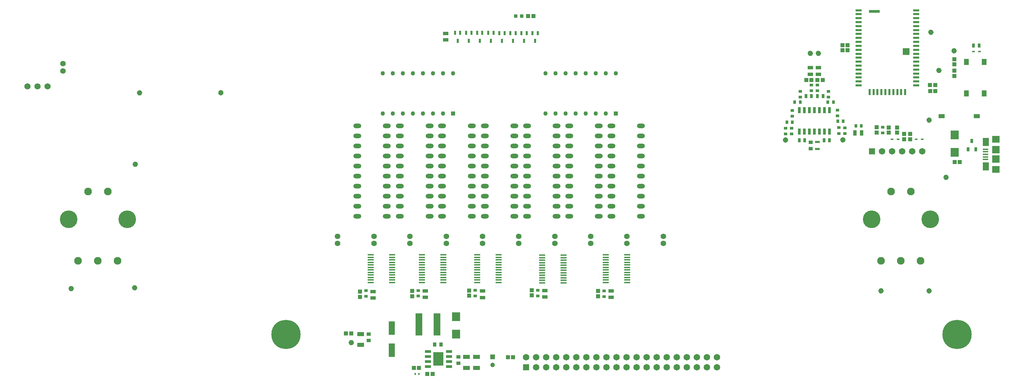
<source format=gbr>
%TF.GenerationSoftware,KiCad,Pcbnew,8.0.8*%
%TF.CreationDate,2025-05-17T22:16:50-04:00*%
%TF.ProjectId,control board,636f6e74-726f-46c2-9062-6f6172642e6b,rev?*%
%TF.SameCoordinates,Original*%
%TF.FileFunction,Soldermask,Top*%
%TF.FilePolarity,Negative*%
%FSLAX46Y46*%
G04 Gerber Fmt 4.6, Leading zero omitted, Abs format (unit mm)*
G04 Created by KiCad (PCBNEW 8.0.8) date 2025-05-17 22:16:50*
%MOMM*%
%LPD*%
G01*
G04 APERTURE LIST*
%ADD10C,0.685000*%
%ADD11C,1.416000*%
%ADD12R,0.900000X0.650000*%
%ADD13R,1.000000X1.100000*%
%ADD14R,0.640000X0.420000*%
%ADD15R,1.470000X0.970000*%
%ADD16R,0.940000X0.750000*%
%ADD17R,1.100000X1.000000*%
%ADD18R,0.650000X0.900000*%
%ADD19R,1.500000X1.100000*%
%ADD20R,1.500000X0.435000*%
%ADD21R,0.780000X0.980000*%
%ADD22R,1.650000X0.700000*%
%ADD23R,2.600000X3.500000*%
%ADD24R,1.600000X3.500000*%
%ADD25R,0.750000X0.940000*%
%ADD26R,0.500000X1.000000*%
%ADD27R,0.450000X0.600000*%
%ADD28R,2.150000X2.200000*%
%ADD29R,0.650000X1.100000*%
%ADD30R,1.500000X0.600000*%
%ADD31R,0.600000X1.500000*%
%ADD32R,2.790000X0.760000*%
%ADD33R,1.780000X1.780000*%
%ADD34R,1.000000X0.950000*%
%ADD35C,4.100000*%
%ADD36C,7.400000*%
%ADD37R,0.950000X1.000000*%
%ADD38R,1.650000X1.650000*%
%ADD39C,1.650000*%
%ADD40R,1.820000X1.070000*%
%ADD41R,1.300000X1.550000*%
%ADD42R,0.650000X1.525000*%
%ADD43R,1.700000X5.700000*%
%ADD44R,1.350000X0.400000*%
%ADD45R,1.600000X2.100000*%
%ADD46R,1.900000X1.800000*%
%ADD47R,1.900000X1.900000*%
%ADD48R,1.250000X0.600000*%
%ADD49R,2.150000X2.250000*%
%ADD50R,0.970000X1.470000*%
%ADD51R,1.150000X1.150000*%
%ADD52C,1.150000*%
%ADD53R,0.950000X0.950000*%
%ADD54O,2.000000X1.200000*%
%ADD55R,1.100000X1.100000*%
%ADD56C,1.100000*%
%ADD57C,1.950000*%
%ADD58C,4.460000*%
%ADD59C,1.560000*%
G04 APERTURE END LIST*
%TO.C,TP26*%
D10*
X510730500Y-211760000D02*
G75*
G02*
X510045500Y-211760000I-342500J0D01*
G01*
X510045500Y-211760000D02*
G75*
G02*
X510730500Y-211760000I342500J0D01*
G01*
%TO.C,TP2*%
X341134700Y-221742200D02*
G75*
G02*
X340449700Y-221742200I-342500J0D01*
G01*
X340449700Y-221742200D02*
G75*
G02*
X341134700Y-221742200I342500J0D01*
G01*
%TO.C,TP6*%
X545045900Y-243116300D02*
G75*
G02*
X544360900Y-243116300I-342500J0D01*
G01*
X544360900Y-243116300D02*
G75*
G02*
X545045900Y-243116300I342500J0D01*
G01*
%TO.C,TP30*%
X504456700Y-233667500D02*
G75*
G02*
X503771700Y-233667500I-342500J0D01*
G01*
X503771700Y-233667500D02*
G75*
G02*
X504456700Y-233667500I342500J0D01*
G01*
%TO.C,TP31*%
X518960100Y-233642100D02*
G75*
G02*
X518275100Y-233642100I-342500J0D01*
G01*
X518275100Y-233642100D02*
G75*
G02*
X518960100Y-233642100I342500J0D01*
G01*
%TO.C,TP8*%
X528603200Y-271818300D02*
G75*
G02*
X527918200Y-271818300I-342500J0D01*
G01*
X527918200Y-271818300D02*
G75*
G02*
X528603200Y-271818300I342500J0D01*
G01*
%TO.C,TP33*%
X541210500Y-206426000D02*
G75*
G02*
X540525500Y-206426000I-342500J0D01*
G01*
X540525500Y-206426000D02*
G75*
G02*
X541210500Y-206426000I342500J0D01*
G01*
%TO.C,TP10*%
X339890100Y-271043600D02*
G75*
G02*
X339205100Y-271043600I-342500J0D01*
G01*
X339205100Y-271043600D02*
G75*
G02*
X339890100Y-271043600I342500J0D01*
G01*
%TO.C,TP7*%
X540761900Y-271818300D02*
G75*
G02*
X540076900Y-271818300I-342500J0D01*
G01*
X540076900Y-271818300D02*
G75*
G02*
X540761900Y-271818300I342500J0D01*
G01*
%TO.C,TP1*%
X394665300Y-284910500D02*
G75*
G02*
X393980300Y-284910500I-342500J0D01*
G01*
X393980300Y-284910500D02*
G75*
G02*
X394665300Y-284910500I342500J0D01*
G01*
%TO.C,TP9*%
X340042500Y-239801600D02*
G75*
G02*
X339357500Y-239801600I-342500J0D01*
G01*
X339357500Y-239801600D02*
G75*
G02*
X340042500Y-239801600I342500J0D01*
G01*
%TO.C,TP27*%
X540771900Y-228638300D02*
G75*
G02*
X540086900Y-228638300I-342500J0D01*
G01*
X540086900Y-228638300D02*
G75*
G02*
X540771900Y-228638300I342500J0D01*
G01*
%TO.C,TP4*%
X361683300Y-221716800D02*
G75*
G02*
X360998300Y-221716800I-342500J0D01*
G01*
X360998300Y-221716800D02*
G75*
G02*
X361683300Y-221716800I342500J0D01*
G01*
%TO.C,TP11*%
X323837300Y-271246800D02*
G75*
G02*
X323152300Y-271246800I-342500J0D01*
G01*
X323152300Y-271246800D02*
G75*
G02*
X323837300Y-271246800I342500J0D01*
G01*
%TO.C,TP28*%
X512762500Y-211760000D02*
G75*
G02*
X512077500Y-211760000I-342500J0D01*
G01*
X512077500Y-211760000D02*
G75*
G02*
X512762500Y-211760000I342500J0D01*
G01*
%TO.C,TP29*%
X547077900Y-211112300D02*
G75*
G02*
X546392900Y-211112300I-342500J0D01*
G01*
X546392900Y-211112300D02*
G75*
G02*
X547077900Y-211112300I342500J0D01*
G01*
%TO.C,TP32*%
X543242500Y-216078000D02*
G75*
G02*
X542557500Y-216078000I-342500J0D01*
G01*
X542557500Y-216078000D02*
G75*
G02*
X543242500Y-216078000I342500J0D01*
G01*
%TD*%
D11*
%TO.C,LED12*%
X321437400Y-216179600D03*
X321437400Y-214350800D03*
%TD*%
D12*
%TO.C,R70*%
X517271400Y-226122500D03*
X517271400Y-227572500D03*
%TD*%
D13*
%TO.C,R29*%
X424130200Y-273026600D03*
X424130200Y-271726600D03*
%TD*%
D12*
%TO.C,R69*%
X505841400Y-226166500D03*
X505841400Y-227616500D03*
%TD*%
D14*
%TO.C,D16*%
X537139400Y-233464300D03*
X538639400Y-233464300D03*
%TD*%
D15*
%TO.C,C68*%
X512445400Y-217053500D03*
X512445400Y-215393500D03*
%TD*%
D16*
%TO.C,C27*%
X458234200Y-273268600D03*
X458234200Y-271868600D03*
%TD*%
D17*
%TO.C,R64*%
X518516000Y-210998000D03*
X519816000Y-210998000D03*
%TD*%
D18*
%TO.C,R68*%
X516255400Y-224053500D03*
X514805400Y-224053500D03*
%TD*%
D17*
%TO.C,R3*%
X411417000Y-291285900D03*
X410117000Y-291285900D03*
%TD*%
D19*
%TO.C,S3*%
X552499400Y-227622300D03*
X543599400Y-227622300D03*
%TD*%
D16*
%TO.C,C40*%
X411244200Y-273138600D03*
X411244200Y-271738600D03*
%TD*%
D15*
%TO.C,C44*%
X418187000Y-208348800D03*
X418187000Y-206688800D03*
%TD*%
D20*
%TO.C,IC13*%
X447980200Y-269772600D03*
X447980200Y-269138600D03*
X447980200Y-268502600D03*
X447980200Y-267868600D03*
X447980200Y-267232600D03*
X447980200Y-266598600D03*
X447980200Y-265962600D03*
X447980200Y-265328600D03*
X447980200Y-264692600D03*
X447980200Y-264058600D03*
X447980200Y-263422600D03*
X447980200Y-262788600D03*
X442580200Y-262788600D03*
X442580200Y-263422600D03*
X442580200Y-264058600D03*
X442580200Y-264692600D03*
X442580200Y-265328600D03*
X442580200Y-265962600D03*
X442580200Y-266598600D03*
X442580200Y-267232600D03*
X442580200Y-267868600D03*
X442580200Y-268502600D03*
X442580200Y-269138600D03*
X442580200Y-269772600D03*
%TD*%
D21*
%TO.C,C76*%
X515239400Y-233749500D03*
X513839400Y-233749500D03*
%TD*%
D15*
%TO.C,C67*%
X510413400Y-217053500D03*
X510413400Y-215393500D03*
%TD*%
D17*
%TO.C,R31*%
X439049800Y-202336600D03*
X440349800Y-202336600D03*
%TD*%
D12*
%TO.C,R65*%
X507873400Y-222790500D03*
X507873400Y-221340500D03*
%TD*%
D22*
%TO.C,IC1*%
X413687000Y-287159900D03*
X413687000Y-288429900D03*
X413687000Y-289699900D03*
X413687000Y-290969900D03*
X419037000Y-290969900D03*
X419037000Y-289699900D03*
X419037000Y-288429900D03*
X419037000Y-287159900D03*
D23*
X416362000Y-289064900D03*
%TD*%
D24*
%TO.C,C7*%
X404559000Y-281228900D03*
X404559000Y-286828900D03*
%TD*%
D15*
%TO.C,C42*%
X427500200Y-273528600D03*
X427500200Y-271868600D03*
%TD*%
D17*
%TO.C,R2*%
X414861000Y-292809900D03*
X413561000Y-292809900D03*
%TD*%
D12*
%TO.C,R71*%
X504114200Y-230721100D03*
X504114200Y-232171100D03*
%TD*%
D13*
%TO.C,R73*%
X532301400Y-230528300D03*
X532301400Y-231828300D03*
%TD*%
D25*
%TO.C,C74*%
X517333400Y-228923500D03*
X518733400Y-228923500D03*
%TD*%
D20*
%TO.C,IC16*%
X417594200Y-269708600D03*
X417594200Y-269074600D03*
X417594200Y-268438600D03*
X417594200Y-267804600D03*
X417594200Y-267168600D03*
X417594200Y-266534600D03*
X417594200Y-265898600D03*
X417594200Y-265264600D03*
X417594200Y-264628600D03*
X417594200Y-263994600D03*
X417594200Y-263358600D03*
X417594200Y-262724600D03*
X412194200Y-262724600D03*
X412194200Y-263358600D03*
X412194200Y-263994600D03*
X412194200Y-264628600D03*
X412194200Y-265264600D03*
X412194200Y-265898600D03*
X412194200Y-266534600D03*
X412194200Y-267168600D03*
X412194200Y-267804600D03*
X412194200Y-268438600D03*
X412194200Y-269074600D03*
X412194200Y-269708600D03*
%TD*%
D26*
%TO.C,Q11*%
X438649000Y-206618800D03*
X437349000Y-206618800D03*
X437999000Y-208618800D03*
%TD*%
D17*
%TO.C,R63*%
X518516000Y-209728000D03*
X519816000Y-209728000D03*
%TD*%
D27*
%TO.C,C6*%
X411417000Y-292809900D03*
X410467000Y-292809900D03*
%TD*%
D26*
%TO.C,Q8*%
X430267000Y-206586800D03*
X428967000Y-206586800D03*
X429617000Y-208586800D03*
%TD*%
D28*
%TO.C,D1*%
X420815000Y-282755900D03*
X420815000Y-278355900D03*
%TD*%
D21*
%TO.C,C70*%
X513591400Y-222573500D03*
X512191400Y-222573500D03*
%TD*%
D17*
%TO.C,R80*%
X546887800Y-239255500D03*
X548187800Y-239255500D03*
%TD*%
D29*
%TO.C,D15*%
X550272400Y-236004300D03*
X552192400Y-236004300D03*
X551232400Y-233904300D03*
%TD*%
D26*
%TO.C,Q6*%
X424679000Y-206586800D03*
X423379000Y-206586800D03*
X424029000Y-208586800D03*
%TD*%
D30*
%TO.C,IC21*%
X522621500Y-200854000D03*
X522621500Y-201854000D03*
X522621500Y-202854000D03*
X522621500Y-203854000D03*
X522621500Y-204854000D03*
X522621500Y-205854000D03*
X522621500Y-206854000D03*
X522621500Y-207854000D03*
X522621500Y-208854000D03*
X522621500Y-209854000D03*
X522621500Y-210854000D03*
X522621500Y-211854000D03*
X522621500Y-212854000D03*
X522621500Y-213854000D03*
X522621500Y-214854000D03*
X522621500Y-215854000D03*
X522621500Y-216854000D03*
X522621500Y-217854000D03*
X522621500Y-218854000D03*
X522621500Y-219854000D03*
D31*
X525371500Y-221504000D03*
X526371500Y-221504000D03*
X527371500Y-221504000D03*
X528371500Y-221504000D03*
X529371500Y-221504000D03*
X530371500Y-221504000D03*
X531371500Y-221504000D03*
X532371500Y-221504000D03*
X533371500Y-221504000D03*
X534371500Y-221504000D03*
D30*
X537121500Y-219854000D03*
X537121500Y-218854000D03*
X537121500Y-217854000D03*
X537121500Y-216854000D03*
X537121500Y-215854000D03*
X537121500Y-214854000D03*
X537121500Y-213854000D03*
X537121500Y-212854000D03*
X537121500Y-211854000D03*
X537121500Y-210854000D03*
X537121500Y-209854000D03*
X537121500Y-208854000D03*
X537121500Y-207854000D03*
X537121500Y-206854000D03*
X537121500Y-205854000D03*
X537121500Y-204854000D03*
X537121500Y-203854000D03*
X537121500Y-202854000D03*
X537121500Y-201854000D03*
X537121500Y-200854000D03*
D32*
X526581500Y-201174000D03*
D33*
X534641500Y-211284000D03*
%TD*%
D34*
%TO.C,C4*%
X421442000Y-288518900D03*
X421442000Y-290118900D03*
%TD*%
D35*
%TO.C,H6*%
X547497400Y-282816500D03*
D36*
X547497400Y-282816500D03*
%TD*%
D26*
%TO.C,Q5*%
X421855000Y-206586800D03*
X420555000Y-206586800D03*
X421205000Y-208586800D03*
%TD*%
D13*
%TO.C,R26*%
X396562200Y-273333600D03*
X396562200Y-272033600D03*
%TD*%
D21*
%TO.C,C71*%
X509267400Y-222573500D03*
X510667400Y-222573500D03*
%TD*%
D16*
%TO.C,C41*%
X425654200Y-273076600D03*
X425654200Y-271676600D03*
%TD*%
D21*
%TO.C,C69*%
X553067400Y-209812300D03*
X551667400Y-209812300D03*
%TD*%
D35*
%TO.C,H5*%
X377825400Y-282841900D03*
D36*
X377825400Y-282841900D03*
%TD*%
D13*
%TO.C,R60*%
X546779400Y-213226300D03*
X546779400Y-214526300D03*
%TD*%
D37*
%TO.C,C5*%
X417043000Y-285381900D03*
X415443000Y-285381900D03*
%TD*%
D16*
%TO.C,C72*%
X528650600Y-231878300D03*
X528650600Y-230478300D03*
%TD*%
D38*
%TO.C,J10*%
X438531400Y-291129400D03*
D39*
X438531400Y-288589400D03*
X441071400Y-291129400D03*
X441071400Y-288589400D03*
X443611400Y-291129400D03*
X443611400Y-288589400D03*
X446151400Y-291129400D03*
X446151400Y-288589400D03*
X448691400Y-291129400D03*
X448691400Y-288589400D03*
X451231400Y-291129400D03*
X451231400Y-288589400D03*
X453771400Y-291129400D03*
X453771400Y-288589400D03*
X456311400Y-291129400D03*
X456311400Y-288589400D03*
X458851400Y-291129400D03*
X458851400Y-288589400D03*
X461391400Y-291129400D03*
X461391400Y-288589400D03*
X463931400Y-291129400D03*
X463931400Y-288589400D03*
X466471400Y-291129400D03*
X466471400Y-288589400D03*
X469011400Y-291129400D03*
X469011400Y-288589400D03*
X471551400Y-291129400D03*
X471551400Y-288589400D03*
X474091400Y-291129400D03*
X474091400Y-288589400D03*
X476631400Y-291129400D03*
X476631400Y-288589400D03*
X479171400Y-291129400D03*
X479171400Y-288589400D03*
X481711400Y-291129400D03*
X481711400Y-288589400D03*
X484251400Y-291129400D03*
X484251400Y-288589400D03*
X486791400Y-291129400D03*
X486791400Y-288589400D03*
%TD*%
D17*
%TO.C,R55*%
X510667400Y-218509500D03*
X509367400Y-218509500D03*
%TD*%
D13*
%TO.C,R27*%
X439946200Y-272964600D03*
X439946200Y-271664600D03*
%TD*%
%TO.C,R59*%
X546779400Y-216162300D03*
X546779400Y-217462300D03*
%TD*%
D38*
%TO.C,J2*%
X525951400Y-236512300D03*
D39*
X528491400Y-236512300D03*
X531031400Y-236512300D03*
X533571400Y-236512300D03*
X536111400Y-236512300D03*
X538651400Y-236512300D03*
%TD*%
D17*
%TO.C,R76*%
X540685600Y-221272300D03*
X541985600Y-221272300D03*
%TD*%
D26*
%TO.C,Q7*%
X427443000Y-206586800D03*
X426143000Y-206586800D03*
X426793000Y-208586800D03*
%TD*%
D20*
%TO.C,IC12*%
X464076200Y-269708600D03*
X464076200Y-269074600D03*
X464076200Y-268438600D03*
X464076200Y-267804600D03*
X464076200Y-267168600D03*
X464076200Y-266534600D03*
X464076200Y-265898600D03*
X464076200Y-265264600D03*
X464076200Y-264628600D03*
X464076200Y-263994600D03*
X464076200Y-263358600D03*
X464076200Y-262724600D03*
X458676200Y-262724600D03*
X458676200Y-263358600D03*
X458676200Y-263994600D03*
X458676200Y-264628600D03*
X458676200Y-265264600D03*
X458676200Y-265898600D03*
X458676200Y-266534600D03*
X458676200Y-267168600D03*
X458676200Y-267804600D03*
X458676200Y-268438600D03*
X458676200Y-269074600D03*
X458676200Y-269708600D03*
%TD*%
D40*
%TO.C,C3*%
X423474000Y-288556900D03*
X423474000Y-291316900D03*
%TD*%
D13*
%TO.C,R28*%
X409720200Y-273168600D03*
X409720200Y-271868600D03*
%TD*%
D34*
%TO.C,C77*%
X510515000Y-234253500D03*
X510515000Y-235853500D03*
%TD*%
D13*
%TO.C,R61*%
X527177400Y-231777500D03*
X527177400Y-230477500D03*
%TD*%
D41*
%TO.C,S4*%
X549863400Y-221915300D03*
X554363400Y-221915300D03*
X549863400Y-213965300D03*
X554363400Y-213965300D03*
%TD*%
D21*
%TO.C,C75*%
X507579800Y-233749500D03*
X508979800Y-233749500D03*
%TD*%
D25*
%TO.C,C80*%
X521905400Y-230060700D03*
X523305400Y-230060700D03*
%TD*%
D15*
%TO.C,C38*%
X413022200Y-273460600D03*
X413022200Y-271800600D03*
%TD*%
D17*
%TO.C,R77*%
X540653400Y-219748300D03*
X541953400Y-219748300D03*
%TD*%
%TO.C,R56*%
X512191400Y-218509500D03*
X513491400Y-218509500D03*
%TD*%
D26*
%TO.C,Q9*%
X433061000Y-206602800D03*
X431761000Y-206602800D03*
X432411000Y-208602800D03*
%TD*%
D12*
%TO.C,R57*%
X510667400Y-219779500D03*
X510667400Y-221229500D03*
%TD*%
%TO.C,R74*%
X505638200Y-230721100D03*
X505638200Y-232171100D03*
%TD*%
D15*
%TO.C,C28*%
X460012200Y-273460600D03*
X460012200Y-271800600D03*
%TD*%
D13*
%TO.C,R79*%
X535603400Y-233464300D03*
X535603400Y-232164300D03*
%TD*%
D18*
%TO.C,R67*%
X506423400Y-224053500D03*
X507873400Y-224053500D03*
%TD*%
D40*
%TO.C,C2*%
X426014000Y-288556900D03*
X426014000Y-291316900D03*
%TD*%
D15*
%TO.C,C33*%
X399864200Y-273625600D03*
X399864200Y-271965600D03*
%TD*%
D13*
%TO.C,R25*%
X456710200Y-273168600D03*
X456710200Y-271868600D03*
%TD*%
D26*
%TO.C,Q12*%
X441443000Y-206602800D03*
X440143000Y-206602800D03*
X440793000Y-208602800D03*
%TD*%
D16*
%TO.C,C31*%
X441470200Y-273076600D03*
X441470200Y-271676600D03*
%TD*%
D14*
%TO.C,D13*%
X532543400Y-233464300D03*
X531043400Y-233464300D03*
%TD*%
D12*
%TO.C,R72*%
X519151000Y-230591900D03*
X519151000Y-232041900D03*
%TD*%
D42*
%TO.C,IC22*%
X507619400Y-231553500D03*
X508889400Y-231553500D03*
X510159400Y-231553500D03*
X511429400Y-231553500D03*
X512699400Y-231553500D03*
X513969400Y-231553500D03*
X515239400Y-231553500D03*
X515239400Y-226129500D03*
X513969400Y-226129500D03*
X512699400Y-226129500D03*
X511429400Y-226129500D03*
X510159400Y-226129500D03*
X508889400Y-226129500D03*
X507619400Y-226129500D03*
%TD*%
D15*
%TO.C,C32*%
X443248200Y-273398600D03*
X443248200Y-271738600D03*
%TD*%
D20*
%TO.C,IC15*%
X431564200Y-269708600D03*
X431564200Y-269074600D03*
X431564200Y-268438600D03*
X431564200Y-267804600D03*
X431564200Y-267168600D03*
X431564200Y-266534600D03*
X431564200Y-265898600D03*
X431564200Y-265264600D03*
X431564200Y-264628600D03*
X431564200Y-263994600D03*
X431564200Y-263358600D03*
X431564200Y-262724600D03*
X426164200Y-262724600D03*
X426164200Y-263358600D03*
X426164200Y-263994600D03*
X426164200Y-264628600D03*
X426164200Y-265264600D03*
X426164200Y-265898600D03*
X426164200Y-266534600D03*
X426164200Y-267168600D03*
X426164200Y-267804600D03*
X426164200Y-268438600D03*
X426164200Y-269074600D03*
X426164200Y-269708600D03*
%TD*%
D16*
%TO.C,C35*%
X398086200Y-273179600D03*
X398086200Y-271779600D03*
%TD*%
D43*
%TO.C,L1*%
X415953000Y-280301900D03*
X411453000Y-280301900D03*
%TD*%
D44*
%TO.C,J1*%
X554653400Y-238584300D03*
X554653400Y-237934300D03*
X554653400Y-237284300D03*
X554653400Y-236634300D03*
X554653400Y-235984300D03*
D45*
X554778400Y-240384300D03*
X554778400Y-234184300D03*
D46*
X557328400Y-241084300D03*
D47*
X557328400Y-238484300D03*
X557328400Y-236084300D03*
D46*
X557328400Y-233484300D03*
%TD*%
D13*
%TO.C,R78*%
X534079400Y-233464300D03*
X534079400Y-232164300D03*
%TD*%
D12*
%TO.C,R75*%
X517627000Y-230554900D03*
X517627000Y-232004900D03*
%TD*%
D48*
%TO.C,C78*%
X512140600Y-234153500D03*
X512140600Y-235953500D03*
%TD*%
D49*
%TO.C,D14*%
X546914400Y-236766300D03*
X546914400Y-232366300D03*
%TD*%
D17*
%TO.C,R4*%
X394287000Y-282587900D03*
X392987000Y-282587900D03*
%TD*%
D12*
%TO.C,R58*%
X512191400Y-219779500D03*
X512191400Y-221229500D03*
%TD*%
D26*
%TO.C,Q10*%
X435855000Y-206602800D03*
X434555000Y-206602800D03*
X435205000Y-208602800D03*
%TD*%
D12*
%TO.C,R66*%
X514985400Y-222790500D03*
X514985400Y-221340500D03*
%TD*%
D14*
%TO.C,D12*%
X551617400Y-211336300D03*
X553117400Y-211336300D03*
%TD*%
D13*
%TO.C,R62*%
X530225400Y-231828300D03*
X530225400Y-230528300D03*
%TD*%
D40*
%TO.C,C8*%
X396685000Y-282731900D03*
X396685000Y-285491900D03*
%TD*%
D50*
%TO.C,C79*%
X521673800Y-231838700D03*
X523333800Y-231838700D03*
%TD*%
D25*
%TO.C,C73*%
X505841400Y-229177500D03*
X504441400Y-229177500D03*
%TD*%
D51*
%TO.C,C1*%
X430078000Y-288556900D03*
D52*
X430078000Y-290556900D03*
%TD*%
D34*
%TO.C,C9*%
X398717000Y-282765900D03*
X398717000Y-284365900D03*
%TD*%
D20*
%TO.C,IC14*%
X404640200Y-269708600D03*
X404640200Y-269074600D03*
X404640200Y-268438600D03*
X404640200Y-267804600D03*
X404640200Y-267168600D03*
X404640200Y-266534600D03*
X404640200Y-265898600D03*
X404640200Y-265264600D03*
X404640200Y-264628600D03*
X404640200Y-263994600D03*
X404640200Y-263358600D03*
X404640200Y-262724600D03*
X399240200Y-262724600D03*
X399240200Y-263358600D03*
X399240200Y-263994600D03*
X399240200Y-264628600D03*
X399240200Y-265264600D03*
X399240200Y-265898600D03*
X399240200Y-266534600D03*
X399240200Y-267168600D03*
X399240200Y-267804600D03*
X399240200Y-268438600D03*
X399240200Y-269074600D03*
X399240200Y-269708600D03*
%TD*%
D17*
%TO.C,R1*%
X435219000Y-288569600D03*
X433919000Y-288569600D03*
%TD*%
D53*
%TO.C,LED5*%
X435889800Y-202336600D03*
X437389800Y-202336600D03*
%TD*%
D11*
%TO.C,LED3*%
X409169000Y-258013400D03*
X409169000Y-259842200D03*
%TD*%
D54*
%TO.C,U8*%
X428065000Y-252958800D03*
X428065000Y-250418800D03*
X428065000Y-247878800D03*
X428065000Y-245338800D03*
X428065000Y-242798800D03*
X428065000Y-240258800D03*
X428065000Y-237718800D03*
X428065000Y-235178800D03*
X428065000Y-232638800D03*
X428065000Y-230098800D03*
X435585000Y-230098800D03*
X435585000Y-232638800D03*
X435585000Y-235178800D03*
X435585000Y-237718800D03*
X435585000Y-240258800D03*
X435585000Y-242798800D03*
X435585000Y-245338800D03*
X435585000Y-247878800D03*
X435585000Y-250418800D03*
X435585000Y-252958800D03*
%TD*%
D55*
%TO.C,DS2*%
X461239000Y-226923800D03*
D56*
X458699000Y-226923800D03*
X456159000Y-226923800D03*
X453619000Y-226923800D03*
X451079000Y-226923800D03*
X448539000Y-226923800D03*
X445999000Y-226923800D03*
X443459000Y-226923800D03*
X443459000Y-216763800D03*
X445999000Y-216763800D03*
X448539000Y-216763800D03*
X451079000Y-216763800D03*
X453619000Y-216763800D03*
X456159000Y-216763800D03*
X458699000Y-216763800D03*
X461239000Y-216763800D03*
%TD*%
D55*
%TO.C,DS1*%
X420091000Y-226923800D03*
D56*
X417551000Y-226923800D03*
X415011000Y-226923800D03*
X412471000Y-226923800D03*
X409931000Y-226923800D03*
X407391000Y-226923800D03*
X404851000Y-226923800D03*
X402311000Y-226923800D03*
X402311000Y-216763800D03*
X404851000Y-216763800D03*
X407391000Y-216763800D03*
X409931000Y-216763800D03*
X412471000Y-216763800D03*
X415011000Y-216763800D03*
X417551000Y-216763800D03*
X420091000Y-216763800D03*
%TD*%
D57*
%TO.C,U2*%
X335259800Y-264220800D03*
X330259800Y-264220800D03*
X325259800Y-264220800D03*
X332759800Y-246720800D03*
X327759800Y-246720800D03*
D58*
X337659800Y-253720800D03*
X322859800Y-253720800D03*
%TD*%
D57*
%TO.C,U1*%
X538273400Y-264216300D03*
X533273400Y-264216300D03*
X528273400Y-264216300D03*
X535773400Y-246716300D03*
X530773400Y-246716300D03*
D58*
X540673400Y-253716300D03*
X525873400Y-253716300D03*
%TD*%
D54*
%TO.C,U6*%
X438733000Y-252958800D03*
X438733000Y-250418800D03*
X438733000Y-247878800D03*
X438733000Y-245338800D03*
X438733000Y-242798800D03*
X438733000Y-240258800D03*
X438733000Y-237718800D03*
X438733000Y-235178800D03*
X438733000Y-232638800D03*
X438733000Y-230098800D03*
X446253000Y-230098800D03*
X446253000Y-232638800D03*
X446253000Y-235178800D03*
X446253000Y-237718800D03*
X446253000Y-240258800D03*
X446253000Y-242798800D03*
X446253000Y-245338800D03*
X446253000Y-247878800D03*
X446253000Y-250418800D03*
X446253000Y-252958800D03*
%TD*%
%TO.C,U9*%
X417273000Y-252958800D03*
X417273000Y-250418800D03*
X417273000Y-247878800D03*
X417273000Y-245338800D03*
X417273000Y-242798800D03*
X417273000Y-240258800D03*
X417273000Y-237718800D03*
X417273000Y-235178800D03*
X417273000Y-232638800D03*
X417273000Y-230098800D03*
X424793000Y-230098800D03*
X424793000Y-232638800D03*
X424793000Y-235178800D03*
X424793000Y-237718800D03*
X424793000Y-240258800D03*
X424793000Y-242798800D03*
X424793000Y-245338800D03*
X424793000Y-247878800D03*
X424793000Y-250418800D03*
X424793000Y-252958800D03*
%TD*%
D11*
%TO.C,LED8*%
X445757700Y-258026100D03*
X445757700Y-259854900D03*
%TD*%
%TO.C,LED1*%
X390881000Y-258013400D03*
X390881000Y-259842200D03*
%TD*%
%TO.C,LED10*%
X464033000Y-258013400D03*
X464033000Y-259842200D03*
%TD*%
%TO.C,LED2*%
X400050400Y-258013400D03*
X400050400Y-259842200D03*
%TD*%
D54*
%TO.C,U3*%
X460069000Y-252958800D03*
X460069000Y-250418800D03*
X460069000Y-247878800D03*
X460069000Y-245338800D03*
X460069000Y-242798800D03*
X460069000Y-240258800D03*
X460069000Y-237718800D03*
X460069000Y-235178800D03*
X460069000Y-232638800D03*
X460069000Y-230098800D03*
X467589000Y-230098800D03*
X467589000Y-232638800D03*
X467589000Y-235178800D03*
X467589000Y-237718800D03*
X467589000Y-240258800D03*
X467589000Y-242798800D03*
X467589000Y-245338800D03*
X467589000Y-247878800D03*
X467589000Y-250418800D03*
X467589000Y-252958800D03*
%TD*%
D11*
%TO.C,LED9*%
X454889000Y-258013400D03*
X454889000Y-259842200D03*
%TD*%
%TO.C,LED7*%
X436626400Y-258013400D03*
X436626400Y-259842200D03*
%TD*%
D59*
%TO.C,IC2*%
X317531100Y-220105200D03*
X314991100Y-220105200D03*
X312451100Y-220105200D03*
%TD*%
D11*
%TO.C,LED11*%
X473202400Y-258013400D03*
X473202400Y-259842200D03*
%TD*%
%TO.C,LED6*%
X427482400Y-258013400D03*
X427482400Y-259842200D03*
%TD*%
%TO.C,LED4*%
X418338400Y-258013400D03*
X418338400Y-259842200D03*
%TD*%
D54*
%TO.C,U10*%
X406605000Y-252958800D03*
X406605000Y-250418800D03*
X406605000Y-247878800D03*
X406605000Y-245338800D03*
X406605000Y-242798800D03*
X406605000Y-240258800D03*
X406605000Y-237718800D03*
X406605000Y-235178800D03*
X406605000Y-232638800D03*
X406605000Y-230098800D03*
X414125000Y-230098800D03*
X414125000Y-232638800D03*
X414125000Y-235178800D03*
X414125000Y-237718800D03*
X414125000Y-240258800D03*
X414125000Y-242798800D03*
X414125000Y-245338800D03*
X414125000Y-247878800D03*
X414125000Y-250418800D03*
X414125000Y-252958800D03*
%TD*%
%TO.C,U4*%
X449401000Y-252958800D03*
X449401000Y-250418800D03*
X449401000Y-247878800D03*
X449401000Y-245338800D03*
X449401000Y-242798800D03*
X449401000Y-240258800D03*
X449401000Y-237718800D03*
X449401000Y-235178800D03*
X449401000Y-232638800D03*
X449401000Y-230098800D03*
X456921000Y-230098800D03*
X456921000Y-232638800D03*
X456921000Y-235178800D03*
X456921000Y-237718800D03*
X456921000Y-240258800D03*
X456921000Y-242798800D03*
X456921000Y-245338800D03*
X456921000Y-247878800D03*
X456921000Y-250418800D03*
X456921000Y-252958800D03*
%TD*%
%TO.C,U7*%
X395807000Y-252958800D03*
X395807000Y-250418800D03*
X395807000Y-247878800D03*
X395807000Y-245338800D03*
X395807000Y-242798800D03*
X395807000Y-240258800D03*
X395807000Y-237718800D03*
X395807000Y-235178800D03*
X395807000Y-232638800D03*
X395807000Y-230098800D03*
X403327000Y-230098800D03*
X403327000Y-232638800D03*
X403327000Y-235178800D03*
X403327000Y-237718800D03*
X403327000Y-240258800D03*
X403327000Y-242798800D03*
X403327000Y-245338800D03*
X403327000Y-247878800D03*
X403327000Y-250418800D03*
X403327000Y-252958800D03*
%TD*%
M02*

</source>
